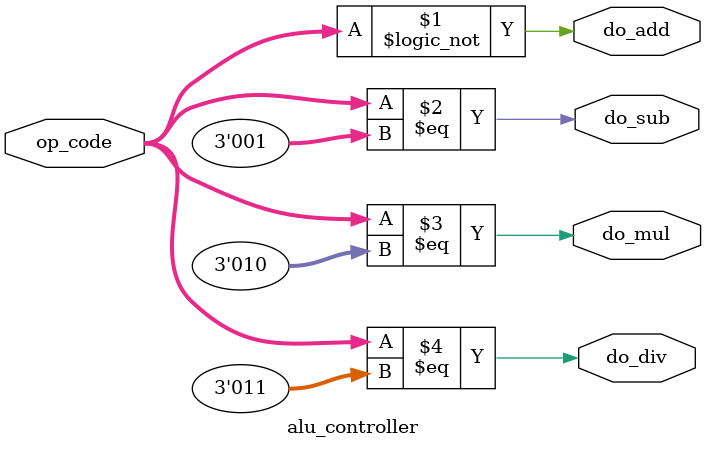
<source format=v>
`timescale 1ns / 1ps
module alu_controller (
  input  wire [2:0] op_code,
  output wire do_add,
  output wire do_sub,
  output wire do_mul,
  output wire do_div
);
  assign do_add = (op_code == 3'b000);
  assign do_sub = (op_code == 3'b001);
  assign do_mul = (op_code == 3'b010);
  assign do_div = (op_code == 3'b011);
endmodule
</source>
